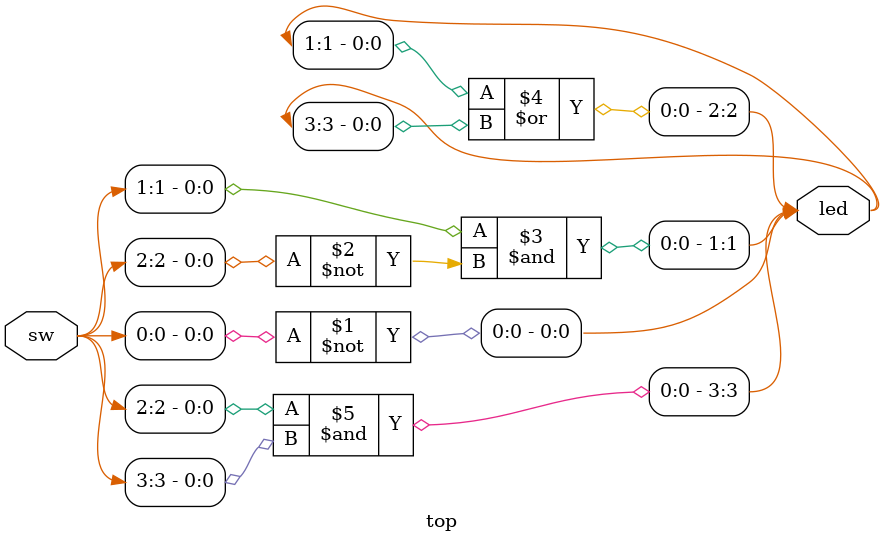
<source format=v>
module top(input [3:0] sw, output [3:0] led);
	assign led[0] = ~sw[0];
	assign led[1] = sw[1] & ~sw[2];
	assign led[2] = led[1] | led[3];
	assign led[3] = sw[2] & sw[3];
endmodule

</source>
